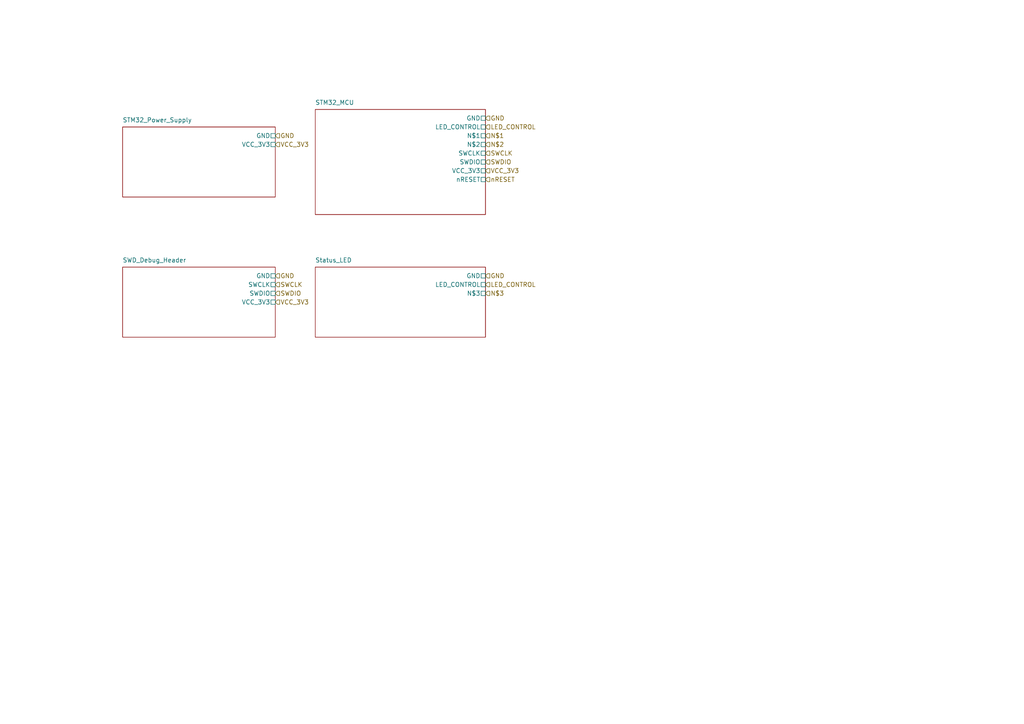
<source format=kicad_sch>
(kicad_sch (version 20250114) (generator "circuit_synth") (generator_version "9.0")
  (paper "A4")
  (lib_symbols)
  (hierarchical_label "GND" (shape input) (at 79.85 39.37 0))
  (hierarchical_label "VCC_3V3" (shape input) (at 79.85 41.91 0))
  (hierarchical_label "GND" (shape input) (at 140.81 34.29 0))
  (hierarchical_label "LED_CONTROL" (shape input) (at 140.81 36.83 0))
  (hierarchical_label "N$1" (shape input) (at 140.81 39.37 0))
  (hierarchical_label "N$2" (shape input) (at 140.81 41.91 0))
  (hierarchical_label "SWCLK" (shape input) (at 140.81 44.45 0))
  (hierarchical_label "SWDIO" (shape input) (at 140.81 46.99 0))
  (hierarchical_label "VCC_3V3" (shape input) (at 140.81 49.53 0))
  (hierarchical_label "nRESET" (shape input) (at 140.81 52.07 0))
  (hierarchical_label "GND" (shape input) (at 79.85 80.01 0))
  (hierarchical_label "SWCLK" (shape input) (at 79.85 82.55 0))
  (hierarchical_label "SWDIO" (shape input) (at 79.85 85.09 0))
  (hierarchical_label "VCC_3V3" (shape input) (at 79.85 87.63 0))
  (hierarchical_label "GND" (shape input) (at 140.81 80.01 0))
  (hierarchical_label "LED_CONTROL" (shape input) (at 140.81 82.55 0))
  (hierarchical_label "N$3" (shape input) (at 140.81 85.09 0))
  (sheet (at 35.56 36.83) (size 44.29 20.32) (stroke (width 0.12))
    (property "Sheetname" "STM32_Power_Supply" (at 35.56 35.56 0) (effects (justify left bottom)))
    (property "Sheetfile" "STM32_Power_Supply.kicad_sch" (effects (hide yes)))
    (pin GND passive (at 78.58 39.37 0))
    (pin VCC_3V3 passive (at 78.58 41.91 0))
  )
  (sheet (at 91.44 31.75) (size 49.37 30.48) (stroke (width 0.12))
    (property "Sheetname" "STM32_MCU" (at 91.44 30.48 0) (effects (justify left bottom)))
    (property "Sheetfile" "STM32_MCU.kicad_sch" (effects (hide yes)))
    (pin GND passive (at 139.54 34.29 0))
    (pin LED_CONTROL passive (at 139.54 36.83 0))
    (pin N$1 passive (at 139.54 39.37 0))
    (pin N$2 passive (at 139.54 41.91 0))
    (pin SWCLK passive (at 139.54 44.45 0))
    (pin SWDIO passive (at 139.54 46.99 0))
    (pin VCC_3V3 passive (at 139.54 49.53 0))
    (pin nRESET passive (at 139.54 52.07 0))
  )
  (sheet (at 35.56 77.47) (size 44.29 20.32) (stroke (width 0.12))
    (property "Sheetname" "SWD_Debug_Header" (at 35.56 76.2 0) (effects (justify left bottom)))
    (property "Sheetfile" "SWD_Debug_Header.kicad_sch" (effects (hide yes)))
    (pin GND passive (at 78.58 80.01 0))
    (pin SWCLK passive (at 78.58 82.55 0))
    (pin SWDIO passive (at 78.58 85.09 0))
    (pin VCC_3V3 passive (at 78.58 87.63 0))
  )
  (sheet (at 91.44 77.47) (size 49.37 20.32) (stroke (width 0.12))
    (property "Sheetname" "Status_LED" (at 91.44 76.2 0) (effects (justify left bottom)))
    (property "Sheetfile" "Status_LED.kicad_sch" (effects (hide yes)))
    (pin GND passive (at 139.54 80.01 0))
    (pin LED_CONTROL passive (at 139.54 82.55 0))
    (pin N$3 passive (at 139.54 85.09 0))
  )
)
</source>
